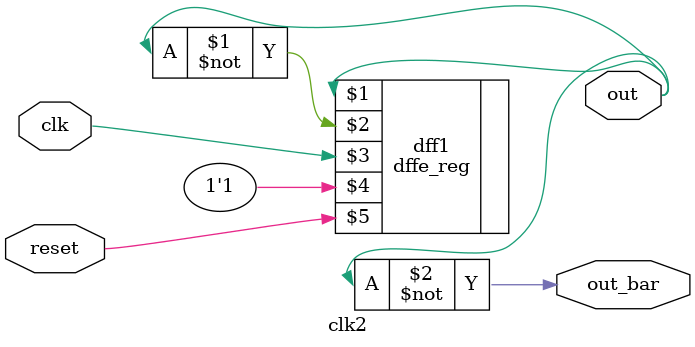
<source format=v>
module clk2(clk,reset,out,out_bar);

input clk,reset;
output out,out_bar;

//module dffe_reg(q, d, clk, en, clr);
dffe_reg dff1(out,~out,clk,1'b1,reset);
assign out_bar = ~out;

endmodule


</source>
